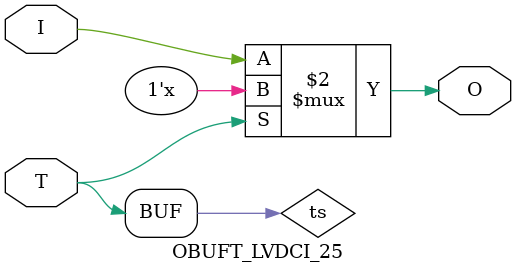
<source format=v>

/*

FUNCTION    : TRI-STATE OUTPUT BUFFER

*/

`celldefine
`timescale  100 ps / 10 ps

module OBUFT_LVDCI_25 (O, I, T);

    output O;

    input  I, T;

    or O1 (ts, 1'b0, T);
    bufif0 T1 (O, I, ts);

endmodule

</source>
